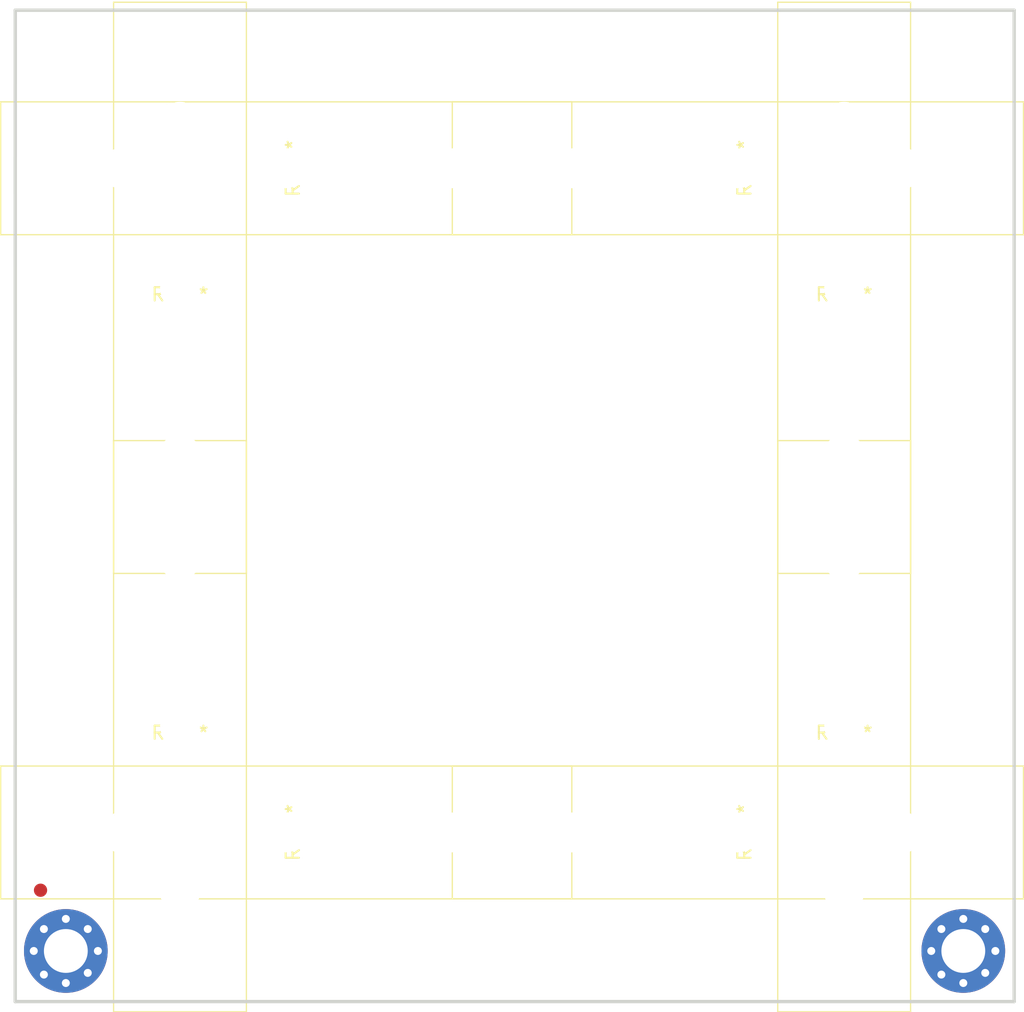
<source format=kicad_pcb>
(kicad_pcb (version 20170922) (host pcbnew no-vcs-found-ad9916e~61~ubuntu16.04.1)

  (general
    (thickness 1.6)
    (drawings 4)
    (tracks 0)
    (zones 0)
    (modules 12)
    (nets 2)
  )

  (page A4)
  (title_block
    (title ESP-EVB)
    (rev C)
    (company "OLIMEX Ltd.")
    (comment 1 https://www.olimex.com)
  )

  (layers
    (0 F.Cu mixed)
    (31 B.Cu mixed hide)
    (32 B.Adhes user hide)
    (33 F.Adhes user hide)
    (34 B.Paste user hide)
    (35 F.Paste user hide)
    (36 B.SilkS user hide)
    (37 F.SilkS user)
    (38 B.Mask user hide)
    (39 F.Mask user hide)
    (40 Dwgs.User user hide)
    (41 Cmts.User user)
    (42 Eco1.User user)
    (43 Eco2.User user)
    (44 Edge.Cuts user)
    (45 Margin user)
    (46 B.CrtYd user hide)
    (47 F.CrtYd user)
    (48 B.Fab user hide)
    (49 F.Fab user hide)
  )

  (setup
    (last_trace_width 0.2032)
    (user_trace_width 0.254)
    (user_trace_width 0.3048)
    (user_trace_width 0.508)
    (user_trace_width 0.762)
    (user_trace_width 1.016)
    (user_trace_width 1.27)
    (user_trace_width 1.524)
    (user_trace_width 1.778)
    (trace_clearance 0.1778)
    (zone_clearance 0.381)
    (zone_45_only yes)
    (trace_min 0.2032)
    (segment_width 0.254)
    (edge_width 0.254)
    (via_size 0.45)
    (via_drill 0.3)
    (via_min_size 0.4)
    (via_min_drill 0.3)
    (user_via 0.45 0.3)
    (user_via 0.6 0.4)
    (user_via 0.75 0.5)
    (user_via 0.9 0.6)
    (uvia_size 0.45)
    (uvia_drill 0.3)
    (uvias_allowed no)
    (uvia_min_size 0)
    (uvia_min_drill 0)
    (pcb_text_width 0.3)
    (pcb_text_size 1.5 1.5)
    (mod_edge_width 0.15)
    (mod_text_size 1 1)
    (mod_text_width 0.15)
    (pad_size 6.3 6.3)
    (pad_drill 3.3)
    (pad_to_mask_clearance 0.2)
    (aux_axis_origin 69.596 141.732)
    (visible_elements FFFCFFFF)
    (pcbplotparams
      (layerselection 0x01000_7ffffffe)
      (usegerberextensions false)
      (usegerberattributes true)
      (usegerberadvancedattributes true)
      (creategerberjobfile true)
      (excludeedgelayer false)
      (linewidth 0.100000)
      (plotframeref false)
      (viasonmask false)
      (mode 1)
      (useauxorigin false)
      (hpglpennumber 1)
      (hpglpenspeed 20)
      (hpglpendiameter 15)
      (psnegative false)
      (psa4output false)
      (plotreference true)
      (plotvalue false)
      (plotinvisibletext false)
      (padsonsilk false)
      (subtractmaskfromsilk false)
      (outputformat 1)
      (mirror false)
      (drillshape 0)
      (scaleselection 1)
      (outputdirectory gerbers/))
  )

  (net 0 "")
  (net 1 GND)

  (net_class Default "This is the default net class."
    (clearance 0.1778)
    (trace_width 0.2032)
    (via_dia 0.45)
    (via_drill 0.3)
    (uvia_dia 0.45)
    (uvia_drill 0.3)
    (diff_pair_gap 0.25)
    (diff_pair_width 0.2032)
    (add_net GND)
  )

  (module door:DIN_CLIP (layer F.Cu) (tedit 5A021DB4) (tstamp 5A022F72)
    (at 90 79 90)
    (fp_text reference REF** (at 0 0.5 90) (layer F.SilkS)
      (effects (font (size 1 1) (thickness 0.15)))
    )
    (fp_text value DIN_CLIP (at 0 -0.5 90) (layer F.Fab)
      (effects (font (size 1 1) (thickness 0.15)))
    )
    (fp_line (start -5 21.5) (end -5 -21.5) (layer F.SilkS) (width 0.1))
    (fp_line (start 5 21.5) (end -5 21.5) (layer F.SilkS) (width 0.1))
    (fp_line (start 5 -21.5) (end 5 21.5) (layer F.SilkS) (width 0.1))
    (fp_line (start -5 -21.5) (end 5 -21.5) (layer F.SilkS) (width 0.1))
    (pad "" np_thru_hole circle (at 0 12.5 90) (size 3 3) (drill 3) (layers *.Cu *.Mask))
    (pad "" np_thru_hole circle (at 0 -12.5 90) (size 3 3) (drill 3) (layers *.Cu *.Mask))
    (pad "" np_thru_hole circle (at 0 0 90) (size 3 3) (drill 3) (layers *.Cu *.Mask))
  )

  (module door:DIN_CLIP (layer F.Cu) (tedit 5A021DB4) (tstamp 5A022F5D)
    (at 90 129 90)
    (fp_text reference REF** (at 0 0.5 90) (layer F.SilkS)
      (effects (font (size 1 1) (thickness 0.15)))
    )
    (fp_text value DIN_CLIP (at 0 -0.5 90) (layer F.Fab)
      (effects (font (size 1 1) (thickness 0.15)))
    )
    (fp_line (start -5 -21.5) (end 5 -21.5) (layer F.SilkS) (width 0.1))
    (fp_line (start 5 -21.5) (end 5 21.5) (layer F.SilkS) (width 0.1))
    (fp_line (start 5 21.5) (end -5 21.5) (layer F.SilkS) (width 0.1))
    (fp_line (start -5 21.5) (end -5 -21.5) (layer F.SilkS) (width 0.1))
    (pad "" np_thru_hole circle (at 0 0 90) (size 3 3) (drill 3) (layers *.Cu *.Mask))
    (pad "" np_thru_hole circle (at 0 -12.5 90) (size 3 3) (drill 3) (layers *.Cu *.Mask))
    (pad "" np_thru_hole circle (at 0 12.5 90) (size 3 3) (drill 3) (layers *.Cu *.Mask))
  )

  (module door:DIN_CLIP (layer F.Cu) (tedit 5A021DB4) (tstamp 5A022F49)
    (at 124 129 90)
    (fp_text reference REF** (at 0 0.5 90) (layer F.SilkS)
      (effects (font (size 1 1) (thickness 0.15)))
    )
    (fp_text value DIN_CLIP (at 0 -0.5 90) (layer F.Fab)
      (effects (font (size 1 1) (thickness 0.15)))
    )
    (fp_line (start -5 21.5) (end -5 -21.5) (layer F.SilkS) (width 0.1))
    (fp_line (start 5 21.5) (end -5 21.5) (layer F.SilkS) (width 0.1))
    (fp_line (start 5 -21.5) (end 5 21.5) (layer F.SilkS) (width 0.1))
    (fp_line (start -5 -21.5) (end 5 -21.5) (layer F.SilkS) (width 0.1))
    (pad "" np_thru_hole circle (at 0 12.5 90) (size 3 3) (drill 3) (layers *.Cu *.Mask))
    (pad "" np_thru_hole circle (at 0 -12.5 90) (size 3 3) (drill 3) (layers *.Cu *.Mask))
    (pad "" np_thru_hole circle (at 0 0 90) (size 3 3) (drill 3) (layers *.Cu *.Mask))
  )

  (module door:DIN_CLIP (layer F.Cu) (tedit 5A021DB4) (tstamp 5A022F2A)
    (at 124 79 90)
    (fp_text reference REF** (at 0 0.5 90) (layer F.SilkS)
      (effects (font (size 1 1) (thickness 0.15)))
    )
    (fp_text value DIN_CLIP (at 0 -0.5 90) (layer F.Fab)
      (effects (font (size 1 1) (thickness 0.15)))
    )
    (fp_line (start -5 -21.5) (end 5 -21.5) (layer F.SilkS) (width 0.1))
    (fp_line (start 5 -21.5) (end 5 21.5) (layer F.SilkS) (width 0.1))
    (fp_line (start 5 21.5) (end -5 21.5) (layer F.SilkS) (width 0.1))
    (fp_line (start -5 21.5) (end -5 -21.5) (layer F.SilkS) (width 0.1))
    (pad "" np_thru_hole circle (at 0 0 90) (size 3 3) (drill 3) (layers *.Cu *.Mask))
    (pad "" np_thru_hole circle (at 0 -12.5 90) (size 3 3) (drill 3) (layers *.Cu *.Mask))
    (pad "" np_thru_hole circle (at 0 12.5 90) (size 3 3) (drill 3) (layers *.Cu *.Mask))
  )

  (module door:DIN_CLIP (layer F.Cu) (tedit 5A021DB4) (tstamp 5A022F15)
    (at 82 88)
    (fp_text reference REF** (at 0 0.5) (layer F.SilkS)
      (effects (font (size 1 1) (thickness 0.15)))
    )
    (fp_text value DIN_CLIP (at 0 -0.5) (layer F.Fab)
      (effects (font (size 1 1) (thickness 0.15)))
    )
    (fp_line (start -5 -21.5) (end 5 -21.5) (layer F.SilkS) (width 0.1))
    (fp_line (start 5 -21.5) (end 5 21.5) (layer F.SilkS) (width 0.1))
    (fp_line (start 5 21.5) (end -5 21.5) (layer F.SilkS) (width 0.1))
    (fp_line (start -5 21.5) (end -5 -21.5) (layer F.SilkS) (width 0.1))
    (pad "" np_thru_hole circle (at 0 0) (size 3 3) (drill 3) (layers *.Cu *.Mask))
    (pad "" np_thru_hole circle (at 0 -12.5) (size 3 3) (drill 3) (layers *.Cu *.Mask))
    (pad "" np_thru_hole circle (at 0 12.5) (size 3 3) (drill 3) (layers *.Cu *.Mask))
  )

  (module door:DIN_CLIP (layer F.Cu) (tedit 5A021DB4) (tstamp 5A022F00)
    (at 132 88)
    (fp_text reference REF** (at 0 0.5) (layer F.SilkS)
      (effects (font (size 1 1) (thickness 0.15)))
    )
    (fp_text value DIN_CLIP (at 0 -0.5) (layer F.Fab)
      (effects (font (size 1 1) (thickness 0.15)))
    )
    (fp_line (start -5 21.5) (end -5 -21.5) (layer F.SilkS) (width 0.1))
    (fp_line (start 5 21.5) (end -5 21.5) (layer F.SilkS) (width 0.1))
    (fp_line (start 5 -21.5) (end 5 21.5) (layer F.SilkS) (width 0.1))
    (fp_line (start -5 -21.5) (end 5 -21.5) (layer F.SilkS) (width 0.1))
    (pad "" np_thru_hole circle (at 0 12.5) (size 3 3) (drill 3) (layers *.Cu *.Mask))
    (pad "" np_thru_hole circle (at 0 -12.5) (size 3 3) (drill 3) (layers *.Cu *.Mask))
    (pad "" np_thru_hole circle (at 0 0) (size 3 3) (drill 3) (layers *.Cu *.Mask))
  )

  (module door:DIN_CLIP (layer F.Cu) (tedit 5A021DB4) (tstamp 5A022EEC)
    (at 132 121)
    (fp_text reference REF** (at 0 0.5) (layer F.SilkS)
      (effects (font (size 1 1) (thickness 0.15)))
    )
    (fp_text value DIN_CLIP (at 0 -0.5) (layer F.Fab)
      (effects (font (size 1 1) (thickness 0.15)))
    )
    (fp_line (start -5 -21.5) (end 5 -21.5) (layer F.SilkS) (width 0.1))
    (fp_line (start 5 -21.5) (end 5 21.5) (layer F.SilkS) (width 0.1))
    (fp_line (start 5 21.5) (end -5 21.5) (layer F.SilkS) (width 0.1))
    (fp_line (start -5 21.5) (end -5 -21.5) (layer F.SilkS) (width 0.1))
    (pad "" np_thru_hole circle (at 0 0) (size 3 3) (drill 3) (layers *.Cu *.Mask))
    (pad "" np_thru_hole circle (at 0 -12.5) (size 3 3) (drill 3) (layers *.Cu *.Mask))
    (pad "" np_thru_hole circle (at 0 12.5) (size 3 3) (drill 3) (layers *.Cu *.Mask))
  )

  (module door:DIN_CLIP (layer F.Cu) (tedit 5A021DB4) (tstamp 5A022EDE)
    (at 82 121)
    (fp_text reference REF** (at 0 0.5) (layer F.SilkS)
      (effects (font (size 1 1) (thickness 0.15)))
    )
    (fp_text value DIN_CLIP (at 0 -0.5) (layer F.Fab)
      (effects (font (size 1 1) (thickness 0.15)))
    )
    (fp_line (start -5 21.5) (end -5 -21.5) (layer F.SilkS) (width 0.1))
    (fp_line (start 5 21.5) (end -5 21.5) (layer F.SilkS) (width 0.1))
    (fp_line (start 5 -21.5) (end 5 21.5) (layer F.SilkS) (width 0.1))
    (fp_line (start -5 -21.5) (end 5 -21.5) (layer F.SilkS) (width 0.1))
    (pad "" np_thru_hole circle (at 0 12.5) (size 3 3) (drill 3) (layers *.Cu *.Mask))
    (pad "" np_thru_hole circle (at 0 -12.5) (size 3 3) (drill 3) (layers *.Cu *.Mask))
    (pad "" np_thru_hole circle (at 0 0) (size 3 3) (drill 3) (layers *.Cu *.Mask))
  )

  (module OLIMEX_Other-FP:Fiducial1x3 locked (layer F.Cu) (tedit 59281FFC) (tstamp 5822E8FA)
    (at 71.501 133.35)
    (attr smd)
    (fp_text reference "" (at 0 3) (layer F.SilkS)
      (effects (font (size 1 1) (thickness 0.15)))
    )
    (fp_text value "" (at 0 -3) (layer F.Fab)
      (effects (font (size 1 1) (thickness 0.15)))
    )
    (fp_circle (center 0 0) (end 1.5 0) (layer Dwgs.User) (width 0.254))
    (pad Fid1 connect circle (at 0 0) (size 1 1) (layers F.Cu F.Mask)
      (solder_mask_margin 0.127) (clearance 1.016) (zone_connect 0))
  )

  (module OLIMEX_Other-FP:Mounting_hole_3.3mm locked (layer F.Cu) (tedit 570E40B8) (tstamp 58132FA1)
    (at 140.97 70.358)
    (path /5813335C)
    (attr virtual)
    (fp_text reference MH1 (at 0.05 -3.7) (layer F.Fab) hide
      (effects (font (size 0.8 0.8) (thickness 0.2)))
    )
    (fp_text value Mounting_hole_Shield_3.3mm (at 0.45 3.45) (layer F.Fab) hide
      (effects (font (size 0.5 0.5) (thickness 0.125)))
    )
    (fp_circle (center 0 0) (end -3.9 0) (layer F.Fab) (width 0.254))
    (pad "" np_thru_hole circle (at 0 0) (size 3.3 3.3) (drill 3.3) (layers *.Cu *.Mask)
      (clearance 1.55))
  )

  (module OLIMEX_Other-FP:Mounting_hole_Shield_3.3mm locked (layer F.Cu) (tedit 58132682) (tstamp 58132FAE)
    (at 140.97 137.922)
    (path /58133F16)
    (fp_text reference MH2 (at 0.254 -4.191) (layer F.SilkS) hide
      (effects (font (size 1 1) (thickness 0.15)))
    )
    (fp_text value Mounting_hole_Shield_3.3mm (at 0.254 4.318) (layer F.Fab) hide
      (effects (font (size 1 1) (thickness 0.15)))
    )
    (pad GND1 thru_hole circle (at 0 0) (size 6.3 6.3) (drill 3.3) (layers *.Cu *.Mask)
      (net 1 GND))
    (pad GND1 thru_hole circle (at 0 -2.413) (size 1.2 1.2) (drill 0.6) (layers *.Cu *.Mask)
      (net 1 GND))
    (pad GND1 thru_hole circle (at 0 2.413) (size 1.2 1.2) (drill 0.6) (layers *.Cu *.Mask)
      (net 1 GND))
    (pad GND1 thru_hole circle (at -1.651 -1.651) (size 1.2 1.2) (drill 0.6) (layers *.Cu *.Mask)
      (net 1 GND))
    (pad GND1 thru_hole circle (at 1.651 -1.651) (size 1.2 1.2) (drill 0.6) (layers *.Cu *.Mask)
      (net 1 GND))
    (pad GND1 thru_hole circle (at -1.651 1.778) (size 1.2 1.2) (drill 0.6) (layers *.Cu *.Mask)
      (net 1 GND))
    (pad GND1 thru_hole circle (at 1.651 1.651) (size 1.2 1.2) (drill 0.6) (layers *.Cu *.Mask)
      (net 1 GND))
    (pad GND1 thru_hole circle (at 2.413 0) (size 1.2 1.2) (drill 0.6) (layers *.Cu *.Mask)
      (net 1 GND))
    (pad GND1 thru_hole circle (at -2.413 0) (size 1.2 1.2) (drill 0.6) (layers *.Cu *.Mask)
      (net 1 GND))
  )

  (module OLIMEX_Other-FP:Mounting_hole_Shield_3.3mm locked (layer F.Cu) (tedit 58132682) (tstamp 58132FBB)
    (at 73.406 137.922)
    (path /58134022)
    (fp_text reference MH3 (at 0.254 -4.191) (layer F.SilkS) hide
      (effects (font (size 1 1) (thickness 0.15)))
    )
    (fp_text value Mounting_hole_Shield_3.3mm (at 0.254 4.318) (layer F.Fab) hide
      (effects (font (size 1 1) (thickness 0.15)))
    )
    (pad GND1 thru_hole circle (at -2.413 0) (size 1.2 1.2) (drill 0.6) (layers *.Cu *.Mask)
      (net 1 GND))
    (pad GND1 thru_hole circle (at 2.413 0) (size 1.2 1.2) (drill 0.6) (layers *.Cu *.Mask)
      (net 1 GND))
    (pad GND1 thru_hole circle (at 1.651 1.651) (size 1.2 1.2) (drill 0.6) (layers *.Cu *.Mask)
      (net 1 GND))
    (pad GND1 thru_hole circle (at -1.651 1.778) (size 1.2 1.2) (drill 0.6) (layers *.Cu *.Mask)
      (net 1 GND))
    (pad GND1 thru_hole circle (at 1.651 -1.651) (size 1.2 1.2) (drill 0.6) (layers *.Cu *.Mask)
      (net 1 GND))
    (pad GND1 thru_hole circle (at -1.651 -1.651) (size 1.2 1.2) (drill 0.6) (layers *.Cu *.Mask)
      (net 1 GND))
    (pad GND1 thru_hole circle (at 0 2.413) (size 1.2 1.2) (drill 0.6) (layers *.Cu *.Mask)
      (net 1 GND))
    (pad GND1 thru_hole circle (at 0 -2.413) (size 1.2 1.2) (drill 0.6) (layers *.Cu *.Mask)
      (net 1 GND))
    (pad GND1 thru_hole circle (at 0 0) (size 6.3 6.3) (drill 3.3) (layers *.Cu *.Mask)
      (net 1 GND))
  )

  (gr_line (start 69.596 141.732) (end 144.800115 141.732) (angle 90) (layer Edge.Cuts) (width 0.254))
  (gr_line (start 69.6 67.1) (end 144.8 67.1) (angle 90) (layer Edge.Cuts) (width 0.254))
  (gr_line (start 69.596 141.732) (end 69.6 67.1) (angle 90) (layer Edge.Cuts) (width 0.254))
  (gr_line (start 144.8 141.732) (end 144.8 67.1) (angle 90) (layer Edge.Cuts) (width 0.254))

)

</source>
